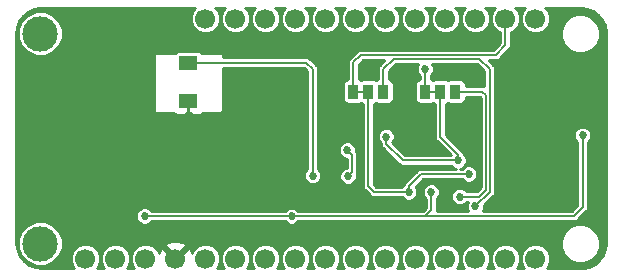
<source format=gbl>
G04 #@! TF.GenerationSoftware,KiCad,Pcbnew,(5.0.0-rc2-dev-444-g2974a2c10)*
G04 #@! TF.CreationDate,2019-11-26T19:34:52-08:00*
G04 #@! TF.ProjectId,StemmaWing_Backpack,5374656D6D6157696E675F4261636B70,v02*
G04 #@! TF.SameCoordinates,Original*
G04 #@! TF.FileFunction,Copper,L2,Bot,Signal*
G04 #@! TF.FilePolarity,Positive*
%FSLAX46Y46*%
G04 Gerber Fmt 4.6, Leading zero omitted, Abs format (unit mm)*
G04 Created by KiCad (PCBNEW (5.0.0-rc2-dev-444-g2974a2c10)) date 11/26/19 19:34:52*
%MOMM*%
%LPD*%
G01*
G04 APERTURE LIST*
%ADD10R,0.970000X1.270000*%
%ADD11C,1.700000*%
%ADD12C,3.000000*%
%ADD13R,1.600000X1.200000*%
%ADD14C,0.685800*%
%ADD15C,0.152400*%
%ADD16C,0.254000*%
G04 APERTURE END LIST*
D10*
X136398000Y-91059000D03*
X137668000Y-91059000D03*
X138938000Y-91059000D03*
X145034000Y-91059000D03*
X143764000Y-91059000D03*
X142494000Y-91059000D03*
D11*
X113715001Y-105206001D03*
X116255001Y-105206001D03*
X118795001Y-105206001D03*
X121335001Y-105206001D03*
X123875001Y-105206001D03*
X126415001Y-105206001D03*
X128955001Y-105206001D03*
X131495001Y-105206001D03*
X134035001Y-105206001D03*
X136575001Y-105206001D03*
X139115001Y-105206001D03*
X141655001Y-105206001D03*
X144195001Y-105206001D03*
X146735001Y-105206001D03*
X149275001Y-105206001D03*
X151815001Y-105206001D03*
X123875001Y-84886001D03*
X126415001Y-84886001D03*
X128955001Y-84886001D03*
X131495001Y-84886001D03*
X134035001Y-84886001D03*
X136575001Y-84886001D03*
X139115001Y-84886001D03*
X141655001Y-84886001D03*
X144195001Y-84886001D03*
X146735001Y-84886001D03*
X149275001Y-84886001D03*
X151815001Y-84886001D03*
D12*
X109905001Y-103936001D03*
X109905001Y-86156001D03*
D13*
X122428000Y-91824000D03*
X122428000Y-88624000D03*
D14*
X141097000Y-99568000D03*
X146177000Y-98044000D03*
X139192000Y-94869000D03*
X145269000Y-96882000D03*
X142494000Y-89154000D03*
X135890000Y-96012000D03*
X135951000Y-98232000D03*
X131182254Y-101608746D03*
X118745000Y-101600000D03*
X155829000Y-94750000D03*
X143002000Y-99568000D03*
X146748501Y-100774499D03*
X145415000Y-99949000D03*
X147955000Y-102870000D03*
X150622000Y-102870000D03*
X140843000Y-92964000D03*
X146400000Y-89550000D03*
X150622000Y-86868000D03*
X113030000Y-85090000D03*
X113030000Y-102870000D03*
X153289000Y-87884000D03*
X153289000Y-102870000D03*
X121666000Y-85090000D03*
X125349000Y-97663000D03*
X146550000Y-96550000D03*
X137600000Y-89000000D03*
X132969000Y-98171000D03*
D15*
X145692067Y-98044000D02*
X146177000Y-98044000D01*
X142136067Y-98044000D02*
X145692067Y-98044000D01*
X141097000Y-99083067D02*
X142136067Y-98044000D01*
X141097000Y-99568000D02*
X141097000Y-99083067D01*
X141097000Y-99568000D02*
X138176000Y-99568000D01*
X137668000Y-99060000D02*
X137668000Y-91059000D01*
X138176000Y-99568000D02*
X137668000Y-99060000D01*
X139192000Y-95504000D02*
X139192000Y-94869000D01*
X140570000Y-96882000D02*
X139192000Y-95504000D01*
X145269000Y-96882000D02*
X140570000Y-96882000D01*
X143764000Y-91846400D02*
X143764000Y-91059000D01*
X143764000Y-94892067D02*
X143764000Y-91846400D01*
X145269000Y-96397067D02*
X143764000Y-94892067D01*
X145269000Y-96882000D02*
X145269000Y-96397067D01*
X142494000Y-91059000D02*
X142494000Y-90271600D01*
X142494000Y-90271600D02*
X142494000Y-89154000D01*
X142494000Y-89154000D02*
X142494000Y-89154000D01*
X136232899Y-96354899D02*
X135890000Y-96012000D01*
X136293899Y-96415899D02*
X136232899Y-96354899D01*
X136293899Y-97889101D02*
X136293899Y-96415899D01*
X135951000Y-98232000D02*
X136293899Y-97889101D01*
X131173508Y-101600000D02*
X131182254Y-101608746D01*
X118745000Y-101600000D02*
X131173508Y-101600000D01*
X155829000Y-95758000D02*
X155829000Y-95758000D01*
X155829000Y-95758000D02*
X155829000Y-98679000D01*
X131667187Y-101608746D02*
X131675933Y-101600000D01*
X131182254Y-101608746D02*
X131667187Y-101608746D01*
X131675933Y-101600000D02*
X142494000Y-101600000D01*
X142494000Y-101600000D02*
X143002000Y-101092000D01*
X143002000Y-101092000D02*
X143002000Y-99568000D01*
X142494000Y-101600000D02*
X155067000Y-101600000D01*
X155829000Y-100838000D02*
X155829000Y-95758000D01*
X155067000Y-101600000D02*
X155829000Y-100838000D01*
X146748501Y-100774499D02*
X146748501Y-100774499D01*
X138938000Y-89154000D02*
X138938000Y-91059000D01*
X139827000Y-88265000D02*
X138938000Y-89154000D01*
X147066000Y-88265000D02*
X139827000Y-88265000D01*
X147955000Y-89154000D02*
X147066000Y-88265000D01*
X147955000Y-99568000D02*
X147955000Y-89154000D01*
X146748501Y-100774499D02*
X147955000Y-99568000D01*
X145034000Y-91059000D02*
X145671400Y-91059000D01*
X147320000Y-91059000D02*
X147650190Y-91389190D01*
X145671400Y-91059000D02*
X147320000Y-91059000D01*
X147650190Y-91389190D02*
X147650190Y-99314000D01*
X147650190Y-99314000D02*
X147650190Y-99364810D01*
X147650190Y-99364810D02*
X147066000Y-99949000D01*
X147066000Y-99949000D02*
X145415000Y-99949000D01*
X145415000Y-99949000D02*
X145415000Y-99949000D01*
D16*
X122428000Y-91824000D02*
X122428000Y-92928000D01*
D15*
X136398000Y-91059000D02*
X137668000Y-91059000D01*
X149275001Y-87145379D02*
X149275001Y-84886001D01*
X148460190Y-87960190D02*
X149275001Y-87145379D01*
X137039810Y-87960190D02*
X148460190Y-87960190D01*
X136398000Y-88602000D02*
X137039810Y-87960190D01*
X136398000Y-91059000D02*
X136398000Y-88602000D01*
X142494000Y-91059000D02*
X143764000Y-91059000D01*
X155829000Y-95758000D02*
X155829000Y-94750000D01*
X132439000Y-88624000D02*
X122428000Y-88624000D01*
X132969000Y-98171000D02*
X132969000Y-89154000D01*
X132969000Y-89154000D02*
X132439000Y-88624000D01*
D16*
G36*
X122831409Y-84188695D02*
X122644001Y-84641140D01*
X122644001Y-85130862D01*
X122831409Y-85583307D01*
X123177695Y-85929593D01*
X123630140Y-86117001D01*
X124119862Y-86117001D01*
X124572307Y-85929593D01*
X124918593Y-85583307D01*
X125106001Y-85130862D01*
X125106001Y-84641140D01*
X124918593Y-84188695D01*
X124726898Y-83997000D01*
X125563104Y-83997000D01*
X125371409Y-84188695D01*
X125184001Y-84641140D01*
X125184001Y-85130862D01*
X125371409Y-85583307D01*
X125717695Y-85929593D01*
X126170140Y-86117001D01*
X126659862Y-86117001D01*
X127112307Y-85929593D01*
X127458593Y-85583307D01*
X127646001Y-85130862D01*
X127646001Y-84641140D01*
X127458593Y-84188695D01*
X127266898Y-83997000D01*
X128103104Y-83997000D01*
X127911409Y-84188695D01*
X127724001Y-84641140D01*
X127724001Y-85130862D01*
X127911409Y-85583307D01*
X128257695Y-85929593D01*
X128710140Y-86117001D01*
X129199862Y-86117001D01*
X129652307Y-85929593D01*
X129998593Y-85583307D01*
X130186001Y-85130862D01*
X130186001Y-84641140D01*
X129998593Y-84188695D01*
X129806898Y-83997000D01*
X130643104Y-83997000D01*
X130451409Y-84188695D01*
X130264001Y-84641140D01*
X130264001Y-85130862D01*
X130451409Y-85583307D01*
X130797695Y-85929593D01*
X131250140Y-86117001D01*
X131739862Y-86117001D01*
X132192307Y-85929593D01*
X132538593Y-85583307D01*
X132726001Y-85130862D01*
X132726001Y-84641140D01*
X132538593Y-84188695D01*
X132346898Y-83997000D01*
X133183104Y-83997000D01*
X132991409Y-84188695D01*
X132804001Y-84641140D01*
X132804001Y-85130862D01*
X132991409Y-85583307D01*
X133337695Y-85929593D01*
X133790140Y-86117001D01*
X134279862Y-86117001D01*
X134732307Y-85929593D01*
X135078593Y-85583307D01*
X135266001Y-85130862D01*
X135266001Y-84641140D01*
X135078593Y-84188695D01*
X134886898Y-83997000D01*
X135723104Y-83997000D01*
X135531409Y-84188695D01*
X135344001Y-84641140D01*
X135344001Y-85130862D01*
X135531409Y-85583307D01*
X135877695Y-85929593D01*
X136330140Y-86117001D01*
X136819862Y-86117001D01*
X137272307Y-85929593D01*
X137618593Y-85583307D01*
X137806001Y-85130862D01*
X137806001Y-84641140D01*
X137618593Y-84188695D01*
X137426898Y-83997000D01*
X138263104Y-83997000D01*
X138071409Y-84188695D01*
X137884001Y-84641140D01*
X137884001Y-85130862D01*
X138071409Y-85583307D01*
X138417695Y-85929593D01*
X138870140Y-86117001D01*
X139359862Y-86117001D01*
X139812307Y-85929593D01*
X140158593Y-85583307D01*
X140346001Y-85130862D01*
X140346001Y-84641140D01*
X140158593Y-84188695D01*
X139966898Y-83997000D01*
X140803104Y-83997000D01*
X140611409Y-84188695D01*
X140424001Y-84641140D01*
X140424001Y-85130862D01*
X140611409Y-85583307D01*
X140957695Y-85929593D01*
X141410140Y-86117001D01*
X141899862Y-86117001D01*
X142352307Y-85929593D01*
X142698593Y-85583307D01*
X142886001Y-85130862D01*
X142886001Y-84641140D01*
X142698593Y-84188695D01*
X142506898Y-83997000D01*
X143343104Y-83997000D01*
X143151409Y-84188695D01*
X142964001Y-84641140D01*
X142964001Y-85130862D01*
X143151409Y-85583307D01*
X143497695Y-85929593D01*
X143950140Y-86117001D01*
X144439862Y-86117001D01*
X144892307Y-85929593D01*
X145238593Y-85583307D01*
X145426001Y-85130862D01*
X145426001Y-84641140D01*
X145238593Y-84188695D01*
X145046898Y-83997000D01*
X145883104Y-83997000D01*
X145691409Y-84188695D01*
X145504001Y-84641140D01*
X145504001Y-85130862D01*
X145691409Y-85583307D01*
X146037695Y-85929593D01*
X146490140Y-86117001D01*
X146979862Y-86117001D01*
X147432307Y-85929593D01*
X147778593Y-85583307D01*
X147966001Y-85130862D01*
X147966001Y-84641140D01*
X147778593Y-84188695D01*
X147586898Y-83997000D01*
X148423104Y-83997000D01*
X148231409Y-84188695D01*
X148044001Y-84641140D01*
X148044001Y-85130862D01*
X148231409Y-85583307D01*
X148577695Y-85929593D01*
X148817801Y-86029048D01*
X148817801Y-86956000D01*
X148270812Y-87502990D01*
X137084838Y-87502990D01*
X137039809Y-87494033D01*
X136994780Y-87502990D01*
X136861419Y-87529517D01*
X136710187Y-87630567D01*
X136684678Y-87668744D01*
X136106552Y-88246870D01*
X136068378Y-88272377D01*
X136042871Y-88310551D01*
X136042870Y-88310552D01*
X135967327Y-88423610D01*
X135931843Y-88602000D01*
X135940801Y-88647035D01*
X135940800Y-90035536D01*
X135913000Y-90035536D01*
X135764341Y-90065106D01*
X135638314Y-90149314D01*
X135554106Y-90275341D01*
X135524536Y-90424000D01*
X135524536Y-91694000D01*
X135554106Y-91842659D01*
X135638314Y-91968686D01*
X135764341Y-92052894D01*
X135913000Y-92082464D01*
X136883000Y-92082464D01*
X137031659Y-92052894D01*
X137033000Y-92051998D01*
X137034341Y-92052894D01*
X137183000Y-92082464D01*
X137210801Y-92082464D01*
X137210800Y-99014970D01*
X137201843Y-99060000D01*
X137210800Y-99105029D01*
X137237327Y-99238390D01*
X137338377Y-99389623D01*
X137376554Y-99415132D01*
X137820868Y-99859446D01*
X137846377Y-99897623D01*
X137997609Y-99998673D01*
X138130970Y-100025200D01*
X138130974Y-100025200D01*
X138175999Y-100034156D01*
X138221024Y-100025200D01*
X140530451Y-100025200D01*
X140686944Y-100181693D01*
X140953007Y-100291900D01*
X141240993Y-100291900D01*
X141507056Y-100181693D01*
X141710693Y-99978056D01*
X141820900Y-99711993D01*
X141820900Y-99424007D01*
X141710693Y-99157944D01*
X141689697Y-99136948D01*
X142325445Y-98501200D01*
X145610451Y-98501200D01*
X145766944Y-98657693D01*
X146033007Y-98767900D01*
X146320993Y-98767900D01*
X146587056Y-98657693D01*
X146790693Y-98454056D01*
X146900900Y-98187993D01*
X146900900Y-97900007D01*
X146790693Y-97633944D01*
X146587056Y-97430307D01*
X146320993Y-97320100D01*
X146033007Y-97320100D01*
X145766944Y-97430307D01*
X145610451Y-97586800D01*
X145459104Y-97586800D01*
X145679056Y-97495693D01*
X145882693Y-97292056D01*
X145992900Y-97025993D01*
X145992900Y-96738007D01*
X145882693Y-96471944D01*
X145717115Y-96306366D01*
X145709545Y-96268307D01*
X145699673Y-96218676D01*
X145598623Y-96067444D01*
X145560446Y-96041935D01*
X144221200Y-94702689D01*
X144221200Y-92082464D01*
X144249000Y-92082464D01*
X144397659Y-92052894D01*
X144399000Y-92051998D01*
X144400341Y-92052894D01*
X144549000Y-92082464D01*
X145519000Y-92082464D01*
X145667659Y-92052894D01*
X145793686Y-91968686D01*
X145877894Y-91842659D01*
X145907464Y-91694000D01*
X145907464Y-91516200D01*
X147130622Y-91516200D01*
X147192990Y-91578569D01*
X147192991Y-99175431D01*
X146876622Y-99491800D01*
X145981549Y-99491800D01*
X145825056Y-99335307D01*
X145558993Y-99225100D01*
X145271007Y-99225100D01*
X145004944Y-99335307D01*
X144801307Y-99538944D01*
X144691100Y-99805007D01*
X144691100Y-100092993D01*
X144801307Y-100359056D01*
X145004944Y-100562693D01*
X145271007Y-100672900D01*
X145558993Y-100672900D01*
X145825056Y-100562693D01*
X145981549Y-100406200D01*
X146117512Y-100406200D01*
X146024601Y-100630506D01*
X146024601Y-100918492D01*
X146117512Y-101142800D01*
X143458052Y-101142800D01*
X143459200Y-101137030D01*
X143459200Y-101137026D01*
X143468156Y-101092001D01*
X143459200Y-101046976D01*
X143459200Y-100134549D01*
X143615693Y-99978056D01*
X143725900Y-99711993D01*
X143725900Y-99424007D01*
X143615693Y-99157944D01*
X143412056Y-98954307D01*
X143145993Y-98844100D01*
X142858007Y-98844100D01*
X142591944Y-98954307D01*
X142388307Y-99157944D01*
X142278100Y-99424007D01*
X142278100Y-99711993D01*
X142388307Y-99978056D01*
X142544801Y-100134550D01*
X142544800Y-100902622D01*
X142304622Y-101142800D01*
X131740057Y-101142800D01*
X131592310Y-100995053D01*
X131326247Y-100884846D01*
X131038261Y-100884846D01*
X130772198Y-100995053D01*
X130624451Y-101142800D01*
X119311549Y-101142800D01*
X119155056Y-100986307D01*
X118888993Y-100876100D01*
X118601007Y-100876100D01*
X118334944Y-100986307D01*
X118131307Y-101189944D01*
X118021100Y-101456007D01*
X118021100Y-101743993D01*
X118131307Y-102010056D01*
X118334944Y-102213693D01*
X118601007Y-102323900D01*
X118888993Y-102323900D01*
X119155056Y-102213693D01*
X119311549Y-102057200D01*
X130606959Y-102057200D01*
X130772198Y-102222439D01*
X131038261Y-102332646D01*
X131326247Y-102332646D01*
X131592310Y-102222439D01*
X131757549Y-102057200D01*
X142448970Y-102057200D01*
X142494000Y-102066157D01*
X142539030Y-102057200D01*
X155021970Y-102057200D01*
X155067000Y-102066157D01*
X155112030Y-102057200D01*
X155245391Y-102030673D01*
X155396623Y-101929623D01*
X155422132Y-101891446D01*
X156120449Y-101193130D01*
X156158623Y-101167623D01*
X156259673Y-101016391D01*
X156286200Y-100883030D01*
X156286200Y-100883029D01*
X156295157Y-100838000D01*
X156286200Y-100792970D01*
X156286200Y-95803029D01*
X156295157Y-95758000D01*
X156286200Y-95712970D01*
X156286200Y-95316549D01*
X156442693Y-95160056D01*
X156552900Y-94893993D01*
X156552900Y-94606007D01*
X156442693Y-94339944D01*
X156239056Y-94136307D01*
X155972993Y-94026100D01*
X155685007Y-94026100D01*
X155418944Y-94136307D01*
X155215307Y-94339944D01*
X155105100Y-94606007D01*
X155105100Y-94893993D01*
X155215307Y-95160056D01*
X155371800Y-95316549D01*
X155371800Y-95712969D01*
X155362843Y-95758000D01*
X155371800Y-95803029D01*
X155371801Y-97237130D01*
X155371800Y-100648621D01*
X154877622Y-101142800D01*
X147379490Y-101142800D01*
X147472401Y-100918492D01*
X147472401Y-100697177D01*
X148246450Y-99923129D01*
X148284623Y-99897623D01*
X148385673Y-99746391D01*
X148412200Y-99613030D01*
X148412200Y-99613029D01*
X148421157Y-99568001D01*
X148412200Y-99522970D01*
X148412200Y-89199030D01*
X148421157Y-89154000D01*
X148385673Y-88975609D01*
X148310130Y-88862551D01*
X148284623Y-88824377D01*
X148246449Y-88798870D01*
X147864969Y-88417390D01*
X148415160Y-88417390D01*
X148460190Y-88426347D01*
X148505220Y-88417390D01*
X148638581Y-88390863D01*
X148789813Y-88289813D01*
X148815322Y-88251636D01*
X149566450Y-87500509D01*
X149604624Y-87475002D01*
X149705674Y-87323770D01*
X149732201Y-87190409D01*
X149732201Y-87190408D01*
X149741158Y-87145379D01*
X149732201Y-87100349D01*
X149732201Y-86029048D01*
X149972307Y-85929593D01*
X150318593Y-85583307D01*
X150506001Y-85130862D01*
X150506001Y-84641140D01*
X150318593Y-84188695D01*
X150126898Y-83997000D01*
X150963104Y-83997000D01*
X150771409Y-84188695D01*
X150584001Y-84641140D01*
X150584001Y-85130862D01*
X150771409Y-85583307D01*
X151117695Y-85929593D01*
X151570140Y-86117001D01*
X152059862Y-86117001D01*
X152512307Y-85929593D01*
X152610325Y-85831575D01*
X153994001Y-85831575D01*
X153994001Y-86480427D01*
X154242306Y-87079888D01*
X154701114Y-87538696D01*
X155300575Y-87787001D01*
X155949427Y-87787001D01*
X156548888Y-87538696D01*
X157007696Y-87079888D01*
X157256001Y-86480427D01*
X157256001Y-85831575D01*
X157007696Y-85232114D01*
X156548888Y-84773306D01*
X155949427Y-84525001D01*
X155300575Y-84525001D01*
X154701114Y-84773306D01*
X154242306Y-85232114D01*
X153994001Y-85831575D01*
X152610325Y-85831575D01*
X152858593Y-85583307D01*
X153046001Y-85130862D01*
X153046001Y-84641140D01*
X152858593Y-84188695D01*
X152666898Y-83997000D01*
X155674887Y-83997000D01*
X156225631Y-84066575D01*
X156716370Y-84260872D01*
X157143366Y-84571103D01*
X157479797Y-84977779D01*
X157704520Y-85455340D01*
X157807267Y-85993957D01*
X157811001Y-86112792D01*
X157811000Y-103858887D01*
X157741425Y-104409632D01*
X157547128Y-104900369D01*
X157236899Y-105327364D01*
X156830222Y-105663796D01*
X156352660Y-105888520D01*
X155814043Y-105991267D01*
X155695240Y-105995000D01*
X152766900Y-105995000D01*
X152858593Y-105903307D01*
X153046001Y-105450862D01*
X153046001Y-104961140D01*
X152858593Y-104508695D01*
X152512307Y-104162409D01*
X152059862Y-103975001D01*
X151570140Y-103975001D01*
X151117695Y-104162409D01*
X150771409Y-104508695D01*
X150584001Y-104961140D01*
X150584001Y-105450862D01*
X150771409Y-105903307D01*
X150863102Y-105995000D01*
X150226900Y-105995000D01*
X150318593Y-105903307D01*
X150506001Y-105450862D01*
X150506001Y-104961140D01*
X150318593Y-104508695D01*
X149972307Y-104162409D01*
X149519862Y-103975001D01*
X149030140Y-103975001D01*
X148577695Y-104162409D01*
X148231409Y-104508695D01*
X148044001Y-104961140D01*
X148044001Y-105450862D01*
X148231409Y-105903307D01*
X148323102Y-105995000D01*
X147686900Y-105995000D01*
X147778593Y-105903307D01*
X147966001Y-105450862D01*
X147966001Y-104961140D01*
X147778593Y-104508695D01*
X147432307Y-104162409D01*
X146979862Y-103975001D01*
X146490140Y-103975001D01*
X146037695Y-104162409D01*
X145691409Y-104508695D01*
X145504001Y-104961140D01*
X145504001Y-105450862D01*
X145691409Y-105903307D01*
X145783102Y-105995000D01*
X145146900Y-105995000D01*
X145238593Y-105903307D01*
X145426001Y-105450862D01*
X145426001Y-104961140D01*
X145238593Y-104508695D01*
X144892307Y-104162409D01*
X144439862Y-103975001D01*
X143950140Y-103975001D01*
X143497695Y-104162409D01*
X143151409Y-104508695D01*
X142964001Y-104961140D01*
X142964001Y-105450862D01*
X143151409Y-105903307D01*
X143243102Y-105995000D01*
X142606900Y-105995000D01*
X142698593Y-105903307D01*
X142886001Y-105450862D01*
X142886001Y-104961140D01*
X142698593Y-104508695D01*
X142352307Y-104162409D01*
X141899862Y-103975001D01*
X141410140Y-103975001D01*
X140957695Y-104162409D01*
X140611409Y-104508695D01*
X140424001Y-104961140D01*
X140424001Y-105450862D01*
X140611409Y-105903307D01*
X140703102Y-105995000D01*
X140066900Y-105995000D01*
X140158593Y-105903307D01*
X140346001Y-105450862D01*
X140346001Y-104961140D01*
X140158593Y-104508695D01*
X139812307Y-104162409D01*
X139359862Y-103975001D01*
X138870140Y-103975001D01*
X138417695Y-104162409D01*
X138071409Y-104508695D01*
X137884001Y-104961140D01*
X137884001Y-105450862D01*
X138071409Y-105903307D01*
X138163102Y-105995000D01*
X137526900Y-105995000D01*
X137618593Y-105903307D01*
X137806001Y-105450862D01*
X137806001Y-104961140D01*
X137618593Y-104508695D01*
X137272307Y-104162409D01*
X136819862Y-103975001D01*
X136330140Y-103975001D01*
X135877695Y-104162409D01*
X135531409Y-104508695D01*
X135344001Y-104961140D01*
X135344001Y-105450862D01*
X135531409Y-105903307D01*
X135623102Y-105995000D01*
X134986900Y-105995000D01*
X135078593Y-105903307D01*
X135266001Y-105450862D01*
X135266001Y-104961140D01*
X135078593Y-104508695D01*
X134732307Y-104162409D01*
X134279862Y-103975001D01*
X133790140Y-103975001D01*
X133337695Y-104162409D01*
X132991409Y-104508695D01*
X132804001Y-104961140D01*
X132804001Y-105450862D01*
X132991409Y-105903307D01*
X133083102Y-105995000D01*
X132446900Y-105995000D01*
X132538593Y-105903307D01*
X132726001Y-105450862D01*
X132726001Y-104961140D01*
X132538593Y-104508695D01*
X132192307Y-104162409D01*
X131739862Y-103975001D01*
X131250140Y-103975001D01*
X130797695Y-104162409D01*
X130451409Y-104508695D01*
X130264001Y-104961140D01*
X130264001Y-105450862D01*
X130451409Y-105903307D01*
X130543102Y-105995000D01*
X129906900Y-105995000D01*
X129998593Y-105903307D01*
X130186001Y-105450862D01*
X130186001Y-104961140D01*
X129998593Y-104508695D01*
X129652307Y-104162409D01*
X129199862Y-103975001D01*
X128710140Y-103975001D01*
X128257695Y-104162409D01*
X127911409Y-104508695D01*
X127724001Y-104961140D01*
X127724001Y-105450862D01*
X127911409Y-105903307D01*
X128003102Y-105995000D01*
X127366900Y-105995000D01*
X127458593Y-105903307D01*
X127646001Y-105450862D01*
X127646001Y-104961140D01*
X127458593Y-104508695D01*
X127112307Y-104162409D01*
X126659862Y-103975001D01*
X126170140Y-103975001D01*
X125717695Y-104162409D01*
X125371409Y-104508695D01*
X125184001Y-104961140D01*
X125184001Y-105450862D01*
X125371409Y-105903307D01*
X125463102Y-105995000D01*
X124826900Y-105995000D01*
X124918593Y-105903307D01*
X125106001Y-105450862D01*
X125106001Y-104961140D01*
X124918593Y-104508695D01*
X124572307Y-104162409D01*
X124119862Y-103975001D01*
X123630140Y-103975001D01*
X123177695Y-104162409D01*
X122831409Y-104508695D01*
X122748806Y-104708117D01*
X122630260Y-104421921D01*
X122378959Y-104341648D01*
X121514606Y-105206001D01*
X121528749Y-105220144D01*
X121349144Y-105399749D01*
X121335001Y-105385606D01*
X121320859Y-105399749D01*
X121141254Y-105220144D01*
X121155396Y-105206001D01*
X120291043Y-104341648D01*
X120039742Y-104421921D01*
X119929047Y-104727072D01*
X119838593Y-104508695D01*
X119492307Y-104162409D01*
X119491424Y-104162043D01*
X120470648Y-104162043D01*
X121335001Y-105026396D01*
X122199354Y-104162043D01*
X122119081Y-103910742D01*
X121563722Y-103709283D01*
X120973543Y-103735686D01*
X120550921Y-103910742D01*
X120470648Y-104162043D01*
X119491424Y-104162043D01*
X119039862Y-103975001D01*
X118550140Y-103975001D01*
X118097695Y-104162409D01*
X117751409Y-104508695D01*
X117564001Y-104961140D01*
X117564001Y-105450862D01*
X117751409Y-105903307D01*
X117843102Y-105995000D01*
X117206900Y-105995000D01*
X117298593Y-105903307D01*
X117486001Y-105450862D01*
X117486001Y-104961140D01*
X117298593Y-104508695D01*
X116952307Y-104162409D01*
X116499862Y-103975001D01*
X116010140Y-103975001D01*
X115557695Y-104162409D01*
X115211409Y-104508695D01*
X115024001Y-104961140D01*
X115024001Y-105450862D01*
X115211409Y-105903307D01*
X115303102Y-105995000D01*
X114666900Y-105995000D01*
X114758593Y-105903307D01*
X114946001Y-105450862D01*
X114946001Y-104961140D01*
X114758593Y-104508695D01*
X114412307Y-104162409D01*
X113959862Y-103975001D01*
X113470140Y-103975001D01*
X113017695Y-104162409D01*
X112671409Y-104508695D01*
X112484001Y-104961140D01*
X112484001Y-105450862D01*
X112671409Y-105903307D01*
X112763102Y-105995000D01*
X110009113Y-105995000D01*
X109458368Y-105925425D01*
X108967631Y-105731128D01*
X108540636Y-105420899D01*
X108204204Y-105014222D01*
X107979480Y-104536660D01*
X107876733Y-103998043D01*
X107873000Y-103879240D01*
X107873000Y-103561847D01*
X108024001Y-103561847D01*
X108024001Y-104310155D01*
X108310366Y-105001502D01*
X108839500Y-105530636D01*
X109530847Y-105817001D01*
X110279155Y-105817001D01*
X110970502Y-105530636D01*
X111499636Y-105001502D01*
X111786001Y-104310155D01*
X111786001Y-103611575D01*
X153994001Y-103611575D01*
X153994001Y-104260427D01*
X154242306Y-104859888D01*
X154701114Y-105318696D01*
X155300575Y-105567001D01*
X155949427Y-105567001D01*
X156548888Y-105318696D01*
X157007696Y-104859888D01*
X157256001Y-104260427D01*
X157256001Y-103611575D01*
X157007696Y-103012114D01*
X156548888Y-102553306D01*
X155949427Y-102305001D01*
X155300575Y-102305001D01*
X154701114Y-102553306D01*
X154242306Y-103012114D01*
X153994001Y-103611575D01*
X111786001Y-103611575D01*
X111786001Y-103561847D01*
X111499636Y-102870500D01*
X110970502Y-102341366D01*
X110279155Y-102055001D01*
X109530847Y-102055001D01*
X108839500Y-102341366D01*
X108310366Y-102870500D01*
X108024001Y-103561847D01*
X107873000Y-103561847D01*
X107873000Y-86133113D01*
X107917375Y-85781847D01*
X108024001Y-85781847D01*
X108024001Y-86530155D01*
X108310366Y-87221502D01*
X108839500Y-87750636D01*
X109530847Y-88037001D01*
X110279155Y-88037001D01*
X110648532Y-87884000D01*
X119507000Y-87884000D01*
X119507000Y-92710000D01*
X119516667Y-92758601D01*
X119544197Y-92799803D01*
X119585399Y-92827333D01*
X119634000Y-92837000D01*
X121142974Y-92837000D01*
X121268302Y-92962327D01*
X121501691Y-93059000D01*
X122142250Y-93059000D01*
X122301000Y-92900250D01*
X122301000Y-92837000D01*
X122555000Y-92837000D01*
X122555000Y-92900250D01*
X122713750Y-93059000D01*
X123354309Y-93059000D01*
X123587698Y-92962327D01*
X123713026Y-92837000D01*
X125222000Y-92837000D01*
X125270601Y-92827333D01*
X125311803Y-92799803D01*
X125339333Y-92758601D01*
X125349000Y-92710000D01*
X125349000Y-89081200D01*
X132249622Y-89081200D01*
X132511801Y-89343380D01*
X132511800Y-97604451D01*
X132355307Y-97760944D01*
X132245100Y-98027007D01*
X132245100Y-98314993D01*
X132355307Y-98581056D01*
X132558944Y-98784693D01*
X132825007Y-98894900D01*
X133112993Y-98894900D01*
X133379056Y-98784693D01*
X133582693Y-98581056D01*
X133692900Y-98314993D01*
X133692900Y-98027007D01*
X133582693Y-97760944D01*
X133426200Y-97604451D01*
X133426200Y-95868007D01*
X135166100Y-95868007D01*
X135166100Y-96155993D01*
X135276307Y-96422056D01*
X135479944Y-96625693D01*
X135746007Y-96735900D01*
X135836700Y-96735900D01*
X135836699Y-97508100D01*
X135807007Y-97508100D01*
X135540944Y-97618307D01*
X135337307Y-97821944D01*
X135227100Y-98088007D01*
X135227100Y-98375993D01*
X135337307Y-98642056D01*
X135540944Y-98845693D01*
X135807007Y-98955900D01*
X136094993Y-98955900D01*
X136361056Y-98845693D01*
X136564693Y-98642056D01*
X136674900Y-98375993D01*
X136674900Y-98141831D01*
X136724572Y-98067492D01*
X136751099Y-97934131D01*
X136751099Y-97934130D01*
X136760056Y-97889102D01*
X136751099Y-97844073D01*
X136751099Y-96460928D01*
X136760056Y-96415898D01*
X136724572Y-96237509D01*
X136724572Y-96237508D01*
X136623522Y-96086276D01*
X136613900Y-96079847D01*
X136613900Y-95868007D01*
X136503693Y-95601944D01*
X136300056Y-95398307D01*
X136033993Y-95288100D01*
X135746007Y-95288100D01*
X135479944Y-95398307D01*
X135276307Y-95601944D01*
X135166100Y-95868007D01*
X133426200Y-95868007D01*
X133426200Y-89199029D01*
X133435157Y-89153999D01*
X133399673Y-88975609D01*
X133324130Y-88862551D01*
X133298623Y-88824377D01*
X133260449Y-88798870D01*
X132794132Y-88332554D01*
X132768623Y-88294377D01*
X132617391Y-88193327D01*
X132484030Y-88166800D01*
X132439000Y-88157843D01*
X132393970Y-88166800D01*
X125349000Y-88166800D01*
X125349000Y-87884000D01*
X125339333Y-87835399D01*
X125311803Y-87794197D01*
X125270601Y-87766667D01*
X125222000Y-87757000D01*
X123507822Y-87757000D01*
X123502686Y-87749314D01*
X123376659Y-87665106D01*
X123228000Y-87635536D01*
X121628000Y-87635536D01*
X121479341Y-87665106D01*
X121353314Y-87749314D01*
X121348178Y-87757000D01*
X119634000Y-87757000D01*
X119585399Y-87766667D01*
X119544197Y-87794197D01*
X119516667Y-87835399D01*
X119507000Y-87884000D01*
X110648532Y-87884000D01*
X110970502Y-87750636D01*
X111499636Y-87221502D01*
X111786001Y-86530155D01*
X111786001Y-85781847D01*
X111499636Y-85090500D01*
X110970502Y-84561366D01*
X110279155Y-84275001D01*
X109530847Y-84275001D01*
X108839500Y-84561366D01*
X108310366Y-85090500D01*
X108024001Y-85781847D01*
X107917375Y-85781847D01*
X107942575Y-85582369D01*
X108136872Y-85091630D01*
X108447103Y-84664634D01*
X108853779Y-84328203D01*
X109331340Y-84103480D01*
X109869957Y-84000733D01*
X109988760Y-83997000D01*
X123023104Y-83997000D01*
X122831409Y-84188695D01*
X122831409Y-84188695D01*
G37*
X122831409Y-84188695D02*
X122644001Y-84641140D01*
X122644001Y-85130862D01*
X122831409Y-85583307D01*
X123177695Y-85929593D01*
X123630140Y-86117001D01*
X124119862Y-86117001D01*
X124572307Y-85929593D01*
X124918593Y-85583307D01*
X125106001Y-85130862D01*
X125106001Y-84641140D01*
X124918593Y-84188695D01*
X124726898Y-83997000D01*
X125563104Y-83997000D01*
X125371409Y-84188695D01*
X125184001Y-84641140D01*
X125184001Y-85130862D01*
X125371409Y-85583307D01*
X125717695Y-85929593D01*
X126170140Y-86117001D01*
X126659862Y-86117001D01*
X127112307Y-85929593D01*
X127458593Y-85583307D01*
X127646001Y-85130862D01*
X127646001Y-84641140D01*
X127458593Y-84188695D01*
X127266898Y-83997000D01*
X128103104Y-83997000D01*
X127911409Y-84188695D01*
X127724001Y-84641140D01*
X127724001Y-85130862D01*
X127911409Y-85583307D01*
X128257695Y-85929593D01*
X128710140Y-86117001D01*
X129199862Y-86117001D01*
X129652307Y-85929593D01*
X129998593Y-85583307D01*
X130186001Y-85130862D01*
X130186001Y-84641140D01*
X129998593Y-84188695D01*
X129806898Y-83997000D01*
X130643104Y-83997000D01*
X130451409Y-84188695D01*
X130264001Y-84641140D01*
X130264001Y-85130862D01*
X130451409Y-85583307D01*
X130797695Y-85929593D01*
X131250140Y-86117001D01*
X131739862Y-86117001D01*
X132192307Y-85929593D01*
X132538593Y-85583307D01*
X132726001Y-85130862D01*
X132726001Y-84641140D01*
X132538593Y-84188695D01*
X132346898Y-83997000D01*
X133183104Y-83997000D01*
X132991409Y-84188695D01*
X132804001Y-84641140D01*
X132804001Y-85130862D01*
X132991409Y-85583307D01*
X133337695Y-85929593D01*
X133790140Y-86117001D01*
X134279862Y-86117001D01*
X134732307Y-85929593D01*
X135078593Y-85583307D01*
X135266001Y-85130862D01*
X135266001Y-84641140D01*
X135078593Y-84188695D01*
X134886898Y-83997000D01*
X135723104Y-83997000D01*
X135531409Y-84188695D01*
X135344001Y-84641140D01*
X135344001Y-85130862D01*
X135531409Y-85583307D01*
X135877695Y-85929593D01*
X136330140Y-86117001D01*
X136819862Y-86117001D01*
X137272307Y-85929593D01*
X137618593Y-85583307D01*
X137806001Y-85130862D01*
X137806001Y-84641140D01*
X137618593Y-84188695D01*
X137426898Y-83997000D01*
X138263104Y-83997000D01*
X138071409Y-84188695D01*
X137884001Y-84641140D01*
X137884001Y-85130862D01*
X138071409Y-85583307D01*
X138417695Y-85929593D01*
X138870140Y-86117001D01*
X139359862Y-86117001D01*
X139812307Y-85929593D01*
X140158593Y-85583307D01*
X140346001Y-85130862D01*
X140346001Y-84641140D01*
X140158593Y-84188695D01*
X139966898Y-83997000D01*
X140803104Y-83997000D01*
X140611409Y-84188695D01*
X140424001Y-84641140D01*
X140424001Y-85130862D01*
X140611409Y-85583307D01*
X140957695Y-85929593D01*
X141410140Y-86117001D01*
X141899862Y-86117001D01*
X142352307Y-85929593D01*
X142698593Y-85583307D01*
X142886001Y-85130862D01*
X142886001Y-84641140D01*
X142698593Y-84188695D01*
X142506898Y-83997000D01*
X143343104Y-83997000D01*
X143151409Y-84188695D01*
X142964001Y-84641140D01*
X142964001Y-85130862D01*
X143151409Y-85583307D01*
X143497695Y-85929593D01*
X143950140Y-86117001D01*
X144439862Y-86117001D01*
X144892307Y-85929593D01*
X145238593Y-85583307D01*
X145426001Y-85130862D01*
X145426001Y-84641140D01*
X145238593Y-84188695D01*
X145046898Y-83997000D01*
X145883104Y-83997000D01*
X145691409Y-84188695D01*
X145504001Y-84641140D01*
X145504001Y-85130862D01*
X145691409Y-85583307D01*
X146037695Y-85929593D01*
X146490140Y-86117001D01*
X146979862Y-86117001D01*
X147432307Y-85929593D01*
X147778593Y-85583307D01*
X147966001Y-85130862D01*
X147966001Y-84641140D01*
X147778593Y-84188695D01*
X147586898Y-83997000D01*
X148423104Y-83997000D01*
X148231409Y-84188695D01*
X148044001Y-84641140D01*
X148044001Y-85130862D01*
X148231409Y-85583307D01*
X148577695Y-85929593D01*
X148817801Y-86029048D01*
X148817801Y-86956000D01*
X148270812Y-87502990D01*
X137084838Y-87502990D01*
X137039809Y-87494033D01*
X136994780Y-87502990D01*
X136861419Y-87529517D01*
X136710187Y-87630567D01*
X136684678Y-87668744D01*
X136106552Y-88246870D01*
X136068378Y-88272377D01*
X136042871Y-88310551D01*
X136042870Y-88310552D01*
X135967327Y-88423610D01*
X135931843Y-88602000D01*
X135940801Y-88647035D01*
X135940800Y-90035536D01*
X135913000Y-90035536D01*
X135764341Y-90065106D01*
X135638314Y-90149314D01*
X135554106Y-90275341D01*
X135524536Y-90424000D01*
X135524536Y-91694000D01*
X135554106Y-91842659D01*
X135638314Y-91968686D01*
X135764341Y-92052894D01*
X135913000Y-92082464D01*
X136883000Y-92082464D01*
X137031659Y-92052894D01*
X137033000Y-92051998D01*
X137034341Y-92052894D01*
X137183000Y-92082464D01*
X137210801Y-92082464D01*
X137210800Y-99014970D01*
X137201843Y-99060000D01*
X137210800Y-99105029D01*
X137237327Y-99238390D01*
X137338377Y-99389623D01*
X137376554Y-99415132D01*
X137820868Y-99859446D01*
X137846377Y-99897623D01*
X137997609Y-99998673D01*
X138130970Y-100025200D01*
X138130974Y-100025200D01*
X138175999Y-100034156D01*
X138221024Y-100025200D01*
X140530451Y-100025200D01*
X140686944Y-100181693D01*
X140953007Y-100291900D01*
X141240993Y-100291900D01*
X141507056Y-100181693D01*
X141710693Y-99978056D01*
X141820900Y-99711993D01*
X141820900Y-99424007D01*
X141710693Y-99157944D01*
X141689697Y-99136948D01*
X142325445Y-98501200D01*
X145610451Y-98501200D01*
X145766944Y-98657693D01*
X146033007Y-98767900D01*
X146320993Y-98767900D01*
X146587056Y-98657693D01*
X146790693Y-98454056D01*
X146900900Y-98187993D01*
X146900900Y-97900007D01*
X146790693Y-97633944D01*
X146587056Y-97430307D01*
X146320993Y-97320100D01*
X146033007Y-97320100D01*
X145766944Y-97430307D01*
X145610451Y-97586800D01*
X145459104Y-97586800D01*
X145679056Y-97495693D01*
X145882693Y-97292056D01*
X145992900Y-97025993D01*
X145992900Y-96738007D01*
X145882693Y-96471944D01*
X145717115Y-96306366D01*
X145709545Y-96268307D01*
X145699673Y-96218676D01*
X145598623Y-96067444D01*
X145560446Y-96041935D01*
X144221200Y-94702689D01*
X144221200Y-92082464D01*
X144249000Y-92082464D01*
X144397659Y-92052894D01*
X144399000Y-92051998D01*
X144400341Y-92052894D01*
X144549000Y-92082464D01*
X145519000Y-92082464D01*
X145667659Y-92052894D01*
X145793686Y-91968686D01*
X145877894Y-91842659D01*
X145907464Y-91694000D01*
X145907464Y-91516200D01*
X147130622Y-91516200D01*
X147192990Y-91578569D01*
X147192991Y-99175431D01*
X146876622Y-99491800D01*
X145981549Y-99491800D01*
X145825056Y-99335307D01*
X145558993Y-99225100D01*
X145271007Y-99225100D01*
X145004944Y-99335307D01*
X144801307Y-99538944D01*
X144691100Y-99805007D01*
X144691100Y-100092993D01*
X144801307Y-100359056D01*
X145004944Y-100562693D01*
X145271007Y-100672900D01*
X145558993Y-100672900D01*
X145825056Y-100562693D01*
X145981549Y-100406200D01*
X146117512Y-100406200D01*
X146024601Y-100630506D01*
X146024601Y-100918492D01*
X146117512Y-101142800D01*
X143458052Y-101142800D01*
X143459200Y-101137030D01*
X143459200Y-101137026D01*
X143468156Y-101092001D01*
X143459200Y-101046976D01*
X143459200Y-100134549D01*
X143615693Y-99978056D01*
X143725900Y-99711993D01*
X143725900Y-99424007D01*
X143615693Y-99157944D01*
X143412056Y-98954307D01*
X143145993Y-98844100D01*
X142858007Y-98844100D01*
X142591944Y-98954307D01*
X142388307Y-99157944D01*
X142278100Y-99424007D01*
X142278100Y-99711993D01*
X142388307Y-99978056D01*
X142544801Y-100134550D01*
X142544800Y-100902622D01*
X142304622Y-101142800D01*
X131740057Y-101142800D01*
X131592310Y-100995053D01*
X131326247Y-100884846D01*
X131038261Y-100884846D01*
X130772198Y-100995053D01*
X130624451Y-101142800D01*
X119311549Y-101142800D01*
X119155056Y-100986307D01*
X118888993Y-100876100D01*
X118601007Y-100876100D01*
X118334944Y-100986307D01*
X118131307Y-101189944D01*
X118021100Y-101456007D01*
X118021100Y-101743993D01*
X118131307Y-102010056D01*
X118334944Y-102213693D01*
X118601007Y-102323900D01*
X118888993Y-102323900D01*
X119155056Y-102213693D01*
X119311549Y-102057200D01*
X130606959Y-102057200D01*
X130772198Y-102222439D01*
X131038261Y-102332646D01*
X131326247Y-102332646D01*
X131592310Y-102222439D01*
X131757549Y-102057200D01*
X142448970Y-102057200D01*
X142494000Y-102066157D01*
X142539030Y-102057200D01*
X155021970Y-102057200D01*
X155067000Y-102066157D01*
X155112030Y-102057200D01*
X155245391Y-102030673D01*
X155396623Y-101929623D01*
X155422132Y-101891446D01*
X156120449Y-101193130D01*
X156158623Y-101167623D01*
X156259673Y-101016391D01*
X156286200Y-100883030D01*
X156286200Y-100883029D01*
X156295157Y-100838000D01*
X156286200Y-100792970D01*
X156286200Y-95803029D01*
X156295157Y-95758000D01*
X156286200Y-95712970D01*
X156286200Y-95316549D01*
X156442693Y-95160056D01*
X156552900Y-94893993D01*
X156552900Y-94606007D01*
X156442693Y-94339944D01*
X156239056Y-94136307D01*
X155972993Y-94026100D01*
X155685007Y-94026100D01*
X155418944Y-94136307D01*
X155215307Y-94339944D01*
X155105100Y-94606007D01*
X155105100Y-94893993D01*
X155215307Y-95160056D01*
X155371800Y-95316549D01*
X155371800Y-95712969D01*
X155362843Y-95758000D01*
X155371800Y-95803029D01*
X155371801Y-97237130D01*
X155371800Y-100648621D01*
X154877622Y-101142800D01*
X147379490Y-101142800D01*
X147472401Y-100918492D01*
X147472401Y-100697177D01*
X148246450Y-99923129D01*
X148284623Y-99897623D01*
X148385673Y-99746391D01*
X148412200Y-99613030D01*
X148412200Y-99613029D01*
X148421157Y-99568001D01*
X148412200Y-99522970D01*
X148412200Y-89199030D01*
X148421157Y-89154000D01*
X148385673Y-88975609D01*
X148310130Y-88862551D01*
X148284623Y-88824377D01*
X148246449Y-88798870D01*
X147864969Y-88417390D01*
X148415160Y-88417390D01*
X148460190Y-88426347D01*
X148505220Y-88417390D01*
X148638581Y-88390863D01*
X148789813Y-88289813D01*
X148815322Y-88251636D01*
X149566450Y-87500509D01*
X149604624Y-87475002D01*
X149705674Y-87323770D01*
X149732201Y-87190409D01*
X149732201Y-87190408D01*
X149741158Y-87145379D01*
X149732201Y-87100349D01*
X149732201Y-86029048D01*
X149972307Y-85929593D01*
X150318593Y-85583307D01*
X150506001Y-85130862D01*
X150506001Y-84641140D01*
X150318593Y-84188695D01*
X150126898Y-83997000D01*
X150963104Y-83997000D01*
X150771409Y-84188695D01*
X150584001Y-84641140D01*
X150584001Y-85130862D01*
X150771409Y-85583307D01*
X151117695Y-85929593D01*
X151570140Y-86117001D01*
X152059862Y-86117001D01*
X152512307Y-85929593D01*
X152610325Y-85831575D01*
X153994001Y-85831575D01*
X153994001Y-86480427D01*
X154242306Y-87079888D01*
X154701114Y-87538696D01*
X155300575Y-87787001D01*
X155949427Y-87787001D01*
X156548888Y-87538696D01*
X157007696Y-87079888D01*
X157256001Y-86480427D01*
X157256001Y-85831575D01*
X157007696Y-85232114D01*
X156548888Y-84773306D01*
X155949427Y-84525001D01*
X155300575Y-84525001D01*
X154701114Y-84773306D01*
X154242306Y-85232114D01*
X153994001Y-85831575D01*
X152610325Y-85831575D01*
X152858593Y-85583307D01*
X153046001Y-85130862D01*
X153046001Y-84641140D01*
X152858593Y-84188695D01*
X152666898Y-83997000D01*
X155674887Y-83997000D01*
X156225631Y-84066575D01*
X156716370Y-84260872D01*
X157143366Y-84571103D01*
X157479797Y-84977779D01*
X157704520Y-85455340D01*
X157807267Y-85993957D01*
X157811001Y-86112792D01*
X157811000Y-103858887D01*
X157741425Y-104409632D01*
X157547128Y-104900369D01*
X157236899Y-105327364D01*
X156830222Y-105663796D01*
X156352660Y-105888520D01*
X155814043Y-105991267D01*
X155695240Y-105995000D01*
X152766900Y-105995000D01*
X152858593Y-105903307D01*
X153046001Y-105450862D01*
X153046001Y-104961140D01*
X152858593Y-104508695D01*
X152512307Y-104162409D01*
X152059862Y-103975001D01*
X151570140Y-103975001D01*
X151117695Y-104162409D01*
X150771409Y-104508695D01*
X150584001Y-104961140D01*
X150584001Y-105450862D01*
X150771409Y-105903307D01*
X150863102Y-105995000D01*
X150226900Y-105995000D01*
X150318593Y-105903307D01*
X150506001Y-105450862D01*
X150506001Y-104961140D01*
X150318593Y-104508695D01*
X149972307Y-104162409D01*
X149519862Y-103975001D01*
X149030140Y-103975001D01*
X148577695Y-104162409D01*
X148231409Y-104508695D01*
X148044001Y-104961140D01*
X148044001Y-105450862D01*
X148231409Y-105903307D01*
X148323102Y-105995000D01*
X147686900Y-105995000D01*
X147778593Y-105903307D01*
X147966001Y-105450862D01*
X147966001Y-104961140D01*
X147778593Y-104508695D01*
X147432307Y-104162409D01*
X146979862Y-103975001D01*
X146490140Y-103975001D01*
X146037695Y-104162409D01*
X145691409Y-104508695D01*
X145504001Y-104961140D01*
X145504001Y-105450862D01*
X145691409Y-105903307D01*
X145783102Y-105995000D01*
X145146900Y-105995000D01*
X145238593Y-105903307D01*
X145426001Y-105450862D01*
X145426001Y-104961140D01*
X145238593Y-104508695D01*
X144892307Y-104162409D01*
X144439862Y-103975001D01*
X143950140Y-103975001D01*
X143497695Y-104162409D01*
X143151409Y-104508695D01*
X142964001Y-104961140D01*
X142964001Y-105450862D01*
X143151409Y-105903307D01*
X143243102Y-105995000D01*
X142606900Y-105995000D01*
X142698593Y-105903307D01*
X142886001Y-105450862D01*
X142886001Y-104961140D01*
X142698593Y-104508695D01*
X142352307Y-104162409D01*
X141899862Y-103975001D01*
X141410140Y-103975001D01*
X140957695Y-104162409D01*
X140611409Y-104508695D01*
X140424001Y-104961140D01*
X140424001Y-105450862D01*
X140611409Y-105903307D01*
X140703102Y-105995000D01*
X140066900Y-105995000D01*
X140158593Y-105903307D01*
X140346001Y-105450862D01*
X140346001Y-104961140D01*
X140158593Y-104508695D01*
X139812307Y-104162409D01*
X139359862Y-103975001D01*
X138870140Y-103975001D01*
X138417695Y-104162409D01*
X138071409Y-104508695D01*
X137884001Y-104961140D01*
X137884001Y-105450862D01*
X138071409Y-105903307D01*
X138163102Y-105995000D01*
X137526900Y-105995000D01*
X137618593Y-105903307D01*
X137806001Y-105450862D01*
X137806001Y-104961140D01*
X137618593Y-104508695D01*
X137272307Y-104162409D01*
X136819862Y-103975001D01*
X136330140Y-103975001D01*
X135877695Y-104162409D01*
X135531409Y-104508695D01*
X135344001Y-104961140D01*
X135344001Y-105450862D01*
X135531409Y-105903307D01*
X135623102Y-105995000D01*
X134986900Y-105995000D01*
X135078593Y-105903307D01*
X135266001Y-105450862D01*
X135266001Y-104961140D01*
X135078593Y-104508695D01*
X134732307Y-104162409D01*
X134279862Y-103975001D01*
X133790140Y-103975001D01*
X133337695Y-104162409D01*
X132991409Y-104508695D01*
X132804001Y-104961140D01*
X132804001Y-105450862D01*
X132991409Y-105903307D01*
X133083102Y-105995000D01*
X132446900Y-105995000D01*
X132538593Y-105903307D01*
X132726001Y-105450862D01*
X132726001Y-104961140D01*
X132538593Y-104508695D01*
X132192307Y-104162409D01*
X131739862Y-103975001D01*
X131250140Y-103975001D01*
X130797695Y-104162409D01*
X130451409Y-104508695D01*
X130264001Y-104961140D01*
X130264001Y-105450862D01*
X130451409Y-105903307D01*
X130543102Y-105995000D01*
X129906900Y-105995000D01*
X129998593Y-105903307D01*
X130186001Y-105450862D01*
X130186001Y-104961140D01*
X129998593Y-104508695D01*
X129652307Y-104162409D01*
X129199862Y-103975001D01*
X128710140Y-103975001D01*
X128257695Y-104162409D01*
X127911409Y-104508695D01*
X127724001Y-104961140D01*
X127724001Y-105450862D01*
X127911409Y-105903307D01*
X128003102Y-105995000D01*
X127366900Y-105995000D01*
X127458593Y-105903307D01*
X127646001Y-105450862D01*
X127646001Y-104961140D01*
X127458593Y-104508695D01*
X127112307Y-104162409D01*
X126659862Y-103975001D01*
X126170140Y-103975001D01*
X125717695Y-104162409D01*
X125371409Y-104508695D01*
X125184001Y-104961140D01*
X125184001Y-105450862D01*
X125371409Y-105903307D01*
X125463102Y-105995000D01*
X124826900Y-105995000D01*
X124918593Y-105903307D01*
X125106001Y-105450862D01*
X125106001Y-104961140D01*
X124918593Y-104508695D01*
X124572307Y-104162409D01*
X124119862Y-103975001D01*
X123630140Y-103975001D01*
X123177695Y-104162409D01*
X122831409Y-104508695D01*
X122748806Y-104708117D01*
X122630260Y-104421921D01*
X122378959Y-104341648D01*
X121514606Y-105206001D01*
X121528749Y-105220144D01*
X121349144Y-105399749D01*
X121335001Y-105385606D01*
X121320859Y-105399749D01*
X121141254Y-105220144D01*
X121155396Y-105206001D01*
X120291043Y-104341648D01*
X120039742Y-104421921D01*
X119929047Y-104727072D01*
X119838593Y-104508695D01*
X119492307Y-104162409D01*
X119491424Y-104162043D01*
X120470648Y-104162043D01*
X121335001Y-105026396D01*
X122199354Y-104162043D01*
X122119081Y-103910742D01*
X121563722Y-103709283D01*
X120973543Y-103735686D01*
X120550921Y-103910742D01*
X120470648Y-104162043D01*
X119491424Y-104162043D01*
X119039862Y-103975001D01*
X118550140Y-103975001D01*
X118097695Y-104162409D01*
X117751409Y-104508695D01*
X117564001Y-104961140D01*
X117564001Y-105450862D01*
X117751409Y-105903307D01*
X117843102Y-105995000D01*
X117206900Y-105995000D01*
X117298593Y-105903307D01*
X117486001Y-105450862D01*
X117486001Y-104961140D01*
X117298593Y-104508695D01*
X116952307Y-104162409D01*
X116499862Y-103975001D01*
X116010140Y-103975001D01*
X115557695Y-104162409D01*
X115211409Y-104508695D01*
X115024001Y-104961140D01*
X115024001Y-105450862D01*
X115211409Y-105903307D01*
X115303102Y-105995000D01*
X114666900Y-105995000D01*
X114758593Y-105903307D01*
X114946001Y-105450862D01*
X114946001Y-104961140D01*
X114758593Y-104508695D01*
X114412307Y-104162409D01*
X113959862Y-103975001D01*
X113470140Y-103975001D01*
X113017695Y-104162409D01*
X112671409Y-104508695D01*
X112484001Y-104961140D01*
X112484001Y-105450862D01*
X112671409Y-105903307D01*
X112763102Y-105995000D01*
X110009113Y-105995000D01*
X109458368Y-105925425D01*
X108967631Y-105731128D01*
X108540636Y-105420899D01*
X108204204Y-105014222D01*
X107979480Y-104536660D01*
X107876733Y-103998043D01*
X107873000Y-103879240D01*
X107873000Y-103561847D01*
X108024001Y-103561847D01*
X108024001Y-104310155D01*
X108310366Y-105001502D01*
X108839500Y-105530636D01*
X109530847Y-105817001D01*
X110279155Y-105817001D01*
X110970502Y-105530636D01*
X111499636Y-105001502D01*
X111786001Y-104310155D01*
X111786001Y-103611575D01*
X153994001Y-103611575D01*
X153994001Y-104260427D01*
X154242306Y-104859888D01*
X154701114Y-105318696D01*
X155300575Y-105567001D01*
X155949427Y-105567001D01*
X156548888Y-105318696D01*
X157007696Y-104859888D01*
X157256001Y-104260427D01*
X157256001Y-103611575D01*
X157007696Y-103012114D01*
X156548888Y-102553306D01*
X155949427Y-102305001D01*
X155300575Y-102305001D01*
X154701114Y-102553306D01*
X154242306Y-103012114D01*
X153994001Y-103611575D01*
X111786001Y-103611575D01*
X111786001Y-103561847D01*
X111499636Y-102870500D01*
X110970502Y-102341366D01*
X110279155Y-102055001D01*
X109530847Y-102055001D01*
X108839500Y-102341366D01*
X108310366Y-102870500D01*
X108024001Y-103561847D01*
X107873000Y-103561847D01*
X107873000Y-86133113D01*
X107917375Y-85781847D01*
X108024001Y-85781847D01*
X108024001Y-86530155D01*
X108310366Y-87221502D01*
X108839500Y-87750636D01*
X109530847Y-88037001D01*
X110279155Y-88037001D01*
X110648532Y-87884000D01*
X119507000Y-87884000D01*
X119507000Y-92710000D01*
X119516667Y-92758601D01*
X119544197Y-92799803D01*
X119585399Y-92827333D01*
X119634000Y-92837000D01*
X121142974Y-92837000D01*
X121268302Y-92962327D01*
X121501691Y-93059000D01*
X122142250Y-93059000D01*
X122301000Y-92900250D01*
X122301000Y-92837000D01*
X122555000Y-92837000D01*
X122555000Y-92900250D01*
X122713750Y-93059000D01*
X123354309Y-93059000D01*
X123587698Y-92962327D01*
X123713026Y-92837000D01*
X125222000Y-92837000D01*
X125270601Y-92827333D01*
X125311803Y-92799803D01*
X125339333Y-92758601D01*
X125349000Y-92710000D01*
X125349000Y-89081200D01*
X132249622Y-89081200D01*
X132511801Y-89343380D01*
X132511800Y-97604451D01*
X132355307Y-97760944D01*
X132245100Y-98027007D01*
X132245100Y-98314993D01*
X132355307Y-98581056D01*
X132558944Y-98784693D01*
X132825007Y-98894900D01*
X133112993Y-98894900D01*
X133379056Y-98784693D01*
X133582693Y-98581056D01*
X133692900Y-98314993D01*
X133692900Y-98027007D01*
X133582693Y-97760944D01*
X133426200Y-97604451D01*
X133426200Y-95868007D01*
X135166100Y-95868007D01*
X135166100Y-96155993D01*
X135276307Y-96422056D01*
X135479944Y-96625693D01*
X135746007Y-96735900D01*
X135836700Y-96735900D01*
X135836699Y-97508100D01*
X135807007Y-97508100D01*
X135540944Y-97618307D01*
X135337307Y-97821944D01*
X135227100Y-98088007D01*
X135227100Y-98375993D01*
X135337307Y-98642056D01*
X135540944Y-98845693D01*
X135807007Y-98955900D01*
X136094993Y-98955900D01*
X136361056Y-98845693D01*
X136564693Y-98642056D01*
X136674900Y-98375993D01*
X136674900Y-98141831D01*
X136724572Y-98067492D01*
X136751099Y-97934131D01*
X136751099Y-97934130D01*
X136760056Y-97889102D01*
X136751099Y-97844073D01*
X136751099Y-96460928D01*
X136760056Y-96415898D01*
X136724572Y-96237509D01*
X136724572Y-96237508D01*
X136623522Y-96086276D01*
X136613900Y-96079847D01*
X136613900Y-95868007D01*
X136503693Y-95601944D01*
X136300056Y-95398307D01*
X136033993Y-95288100D01*
X135746007Y-95288100D01*
X135479944Y-95398307D01*
X135276307Y-95601944D01*
X135166100Y-95868007D01*
X133426200Y-95868007D01*
X133426200Y-89199029D01*
X133435157Y-89153999D01*
X133399673Y-88975609D01*
X133324130Y-88862551D01*
X133298623Y-88824377D01*
X133260449Y-88798870D01*
X132794132Y-88332554D01*
X132768623Y-88294377D01*
X132617391Y-88193327D01*
X132484030Y-88166800D01*
X132439000Y-88157843D01*
X132393970Y-88166800D01*
X125349000Y-88166800D01*
X125349000Y-87884000D01*
X125339333Y-87835399D01*
X125311803Y-87794197D01*
X125270601Y-87766667D01*
X125222000Y-87757000D01*
X123507822Y-87757000D01*
X123502686Y-87749314D01*
X123376659Y-87665106D01*
X123228000Y-87635536D01*
X121628000Y-87635536D01*
X121479341Y-87665106D01*
X121353314Y-87749314D01*
X121348178Y-87757000D01*
X119634000Y-87757000D01*
X119585399Y-87766667D01*
X119544197Y-87794197D01*
X119516667Y-87835399D01*
X119507000Y-87884000D01*
X110648532Y-87884000D01*
X110970502Y-87750636D01*
X111499636Y-87221502D01*
X111786001Y-86530155D01*
X111786001Y-85781847D01*
X111499636Y-85090500D01*
X110970502Y-84561366D01*
X110279155Y-84275001D01*
X109530847Y-84275001D01*
X108839500Y-84561366D01*
X108310366Y-85090500D01*
X108024001Y-85781847D01*
X107917375Y-85781847D01*
X107942575Y-85582369D01*
X108136872Y-85091630D01*
X108447103Y-84664634D01*
X108853779Y-84328203D01*
X109331340Y-84103480D01*
X109869957Y-84000733D01*
X109988760Y-83997000D01*
X123023104Y-83997000D01*
X122831409Y-84188695D01*
G36*
X141880307Y-88743944D02*
X141770100Y-89010007D01*
X141770100Y-89297993D01*
X141880307Y-89564056D01*
X142036800Y-89720549D01*
X142036800Y-90035536D01*
X142009000Y-90035536D01*
X141860341Y-90065106D01*
X141734314Y-90149314D01*
X141650106Y-90275341D01*
X141620536Y-90424000D01*
X141620536Y-91694000D01*
X141650106Y-91842659D01*
X141734314Y-91968686D01*
X141860341Y-92052894D01*
X142009000Y-92082464D01*
X142979000Y-92082464D01*
X143127659Y-92052894D01*
X143129000Y-92051998D01*
X143130341Y-92052894D01*
X143279000Y-92082464D01*
X143306801Y-92082464D01*
X143306800Y-94847037D01*
X143297843Y-94892067D01*
X143306800Y-94937096D01*
X143333327Y-95070457D01*
X143434377Y-95221690D01*
X143472554Y-95247199D01*
X144650155Y-96424800D01*
X140759379Y-96424800D01*
X139709664Y-95375085D01*
X139805693Y-95279056D01*
X139915900Y-95012993D01*
X139915900Y-94725007D01*
X139805693Y-94458944D01*
X139602056Y-94255307D01*
X139335993Y-94145100D01*
X139048007Y-94145100D01*
X138781944Y-94255307D01*
X138578307Y-94458944D01*
X138468100Y-94725007D01*
X138468100Y-95012993D01*
X138578307Y-95279056D01*
X138734800Y-95435549D01*
X138734800Y-95458970D01*
X138725843Y-95504000D01*
X138734800Y-95549029D01*
X138761327Y-95682390D01*
X138862377Y-95833623D01*
X138900554Y-95859132D01*
X140214870Y-97173449D01*
X140240377Y-97211623D01*
X140391609Y-97312673D01*
X140569999Y-97348157D01*
X140615029Y-97339200D01*
X144702451Y-97339200D01*
X144858944Y-97495693D01*
X145078896Y-97586800D01*
X142181097Y-97586800D01*
X142136067Y-97577843D01*
X142091037Y-97586800D01*
X141957676Y-97613327D01*
X141806444Y-97714377D01*
X141780935Y-97752554D01*
X140805552Y-98727937D01*
X140767378Y-98753444D01*
X140741871Y-98791618D01*
X140741870Y-98791619D01*
X140666327Y-98904677D01*
X140648884Y-98992367D01*
X140530451Y-99110800D01*
X138365378Y-99110800D01*
X138125200Y-98870622D01*
X138125200Y-92082464D01*
X138153000Y-92082464D01*
X138301659Y-92052894D01*
X138303000Y-92051998D01*
X138304341Y-92052894D01*
X138453000Y-92082464D01*
X139423000Y-92082464D01*
X139571659Y-92052894D01*
X139697686Y-91968686D01*
X139781894Y-91842659D01*
X139811464Y-91694000D01*
X139811464Y-90424000D01*
X139781894Y-90275341D01*
X139697686Y-90149314D01*
X139571659Y-90065106D01*
X139423000Y-90035536D01*
X139395200Y-90035536D01*
X139395200Y-89343378D01*
X140016379Y-88722200D01*
X141902051Y-88722200D01*
X141880307Y-88743944D01*
X141880307Y-88743944D01*
G37*
X141880307Y-88743944D02*
X141770100Y-89010007D01*
X141770100Y-89297993D01*
X141880307Y-89564056D01*
X142036800Y-89720549D01*
X142036800Y-90035536D01*
X142009000Y-90035536D01*
X141860341Y-90065106D01*
X141734314Y-90149314D01*
X141650106Y-90275341D01*
X141620536Y-90424000D01*
X141620536Y-91694000D01*
X141650106Y-91842659D01*
X141734314Y-91968686D01*
X141860341Y-92052894D01*
X142009000Y-92082464D01*
X142979000Y-92082464D01*
X143127659Y-92052894D01*
X143129000Y-92051998D01*
X143130341Y-92052894D01*
X143279000Y-92082464D01*
X143306801Y-92082464D01*
X143306800Y-94847037D01*
X143297843Y-94892067D01*
X143306800Y-94937096D01*
X143333327Y-95070457D01*
X143434377Y-95221690D01*
X143472554Y-95247199D01*
X144650155Y-96424800D01*
X140759379Y-96424800D01*
X139709664Y-95375085D01*
X139805693Y-95279056D01*
X139915900Y-95012993D01*
X139915900Y-94725007D01*
X139805693Y-94458944D01*
X139602056Y-94255307D01*
X139335993Y-94145100D01*
X139048007Y-94145100D01*
X138781944Y-94255307D01*
X138578307Y-94458944D01*
X138468100Y-94725007D01*
X138468100Y-95012993D01*
X138578307Y-95279056D01*
X138734800Y-95435549D01*
X138734800Y-95458970D01*
X138725843Y-95504000D01*
X138734800Y-95549029D01*
X138761327Y-95682390D01*
X138862377Y-95833623D01*
X138900554Y-95859132D01*
X140214870Y-97173449D01*
X140240377Y-97211623D01*
X140391609Y-97312673D01*
X140569999Y-97348157D01*
X140615029Y-97339200D01*
X144702451Y-97339200D01*
X144858944Y-97495693D01*
X145078896Y-97586800D01*
X142181097Y-97586800D01*
X142136067Y-97577843D01*
X142091037Y-97586800D01*
X141957676Y-97613327D01*
X141806444Y-97714377D01*
X141780935Y-97752554D01*
X140805552Y-98727937D01*
X140767378Y-98753444D01*
X140741871Y-98791618D01*
X140741870Y-98791619D01*
X140666327Y-98904677D01*
X140648884Y-98992367D01*
X140530451Y-99110800D01*
X138365378Y-99110800D01*
X138125200Y-98870622D01*
X138125200Y-92082464D01*
X138153000Y-92082464D01*
X138301659Y-92052894D01*
X138303000Y-92051998D01*
X138304341Y-92052894D01*
X138453000Y-92082464D01*
X139423000Y-92082464D01*
X139571659Y-92052894D01*
X139697686Y-91968686D01*
X139781894Y-91842659D01*
X139811464Y-91694000D01*
X139811464Y-90424000D01*
X139781894Y-90275341D01*
X139697686Y-90149314D01*
X139571659Y-90065106D01*
X139423000Y-90035536D01*
X139395200Y-90035536D01*
X139395200Y-89343378D01*
X140016379Y-88722200D01*
X141902051Y-88722200D01*
X141880307Y-88743944D01*
G36*
X147497801Y-89343380D02*
X147497801Y-90628210D01*
X147365030Y-90601800D01*
X147320000Y-90592843D01*
X147274970Y-90601800D01*
X145907464Y-90601800D01*
X145907464Y-90424000D01*
X145877894Y-90275341D01*
X145793686Y-90149314D01*
X145667659Y-90065106D01*
X145519000Y-90035536D01*
X144549000Y-90035536D01*
X144400341Y-90065106D01*
X144399000Y-90066002D01*
X144397659Y-90065106D01*
X144249000Y-90035536D01*
X143279000Y-90035536D01*
X143130341Y-90065106D01*
X143129000Y-90066002D01*
X143127659Y-90065106D01*
X142979000Y-90035536D01*
X142951200Y-90035536D01*
X142951200Y-89720549D01*
X143107693Y-89564056D01*
X143217900Y-89297993D01*
X143217900Y-89010007D01*
X143107693Y-88743944D01*
X143085949Y-88722200D01*
X146876622Y-88722200D01*
X147497801Y-89343380D01*
X147497801Y-89343380D01*
G37*
X147497801Y-89343380D02*
X147497801Y-90628210D01*
X147365030Y-90601800D01*
X147320000Y-90592843D01*
X147274970Y-90601800D01*
X145907464Y-90601800D01*
X145907464Y-90424000D01*
X145877894Y-90275341D01*
X145793686Y-90149314D01*
X145667659Y-90065106D01*
X145519000Y-90035536D01*
X144549000Y-90035536D01*
X144400341Y-90065106D01*
X144399000Y-90066002D01*
X144397659Y-90065106D01*
X144249000Y-90035536D01*
X143279000Y-90035536D01*
X143130341Y-90065106D01*
X143129000Y-90066002D01*
X143127659Y-90065106D01*
X142979000Y-90035536D01*
X142951200Y-90035536D01*
X142951200Y-89720549D01*
X143107693Y-89564056D01*
X143217900Y-89297993D01*
X143217900Y-89010007D01*
X143107693Y-88743944D01*
X143085949Y-88722200D01*
X146876622Y-88722200D01*
X147497801Y-89343380D01*
G36*
X138646554Y-88798868D02*
X138608377Y-88824377D01*
X138547526Y-88915448D01*
X138507327Y-88975610D01*
X138471843Y-89154000D01*
X138480800Y-89199030D01*
X138480800Y-90035536D01*
X138453000Y-90035536D01*
X138304341Y-90065106D01*
X138303000Y-90066002D01*
X138301659Y-90065106D01*
X138153000Y-90035536D01*
X137183000Y-90035536D01*
X137034341Y-90065106D01*
X137033000Y-90066002D01*
X137031659Y-90065106D01*
X136883000Y-90035536D01*
X136855200Y-90035536D01*
X136855200Y-88791378D01*
X137229188Y-88417390D01*
X139028032Y-88417390D01*
X138646554Y-88798868D01*
X138646554Y-88798868D01*
G37*
X138646554Y-88798868D02*
X138608377Y-88824377D01*
X138547526Y-88915448D01*
X138507327Y-88975610D01*
X138471843Y-89154000D01*
X138480800Y-89199030D01*
X138480800Y-90035536D01*
X138453000Y-90035536D01*
X138304341Y-90065106D01*
X138303000Y-90066002D01*
X138301659Y-90065106D01*
X138153000Y-90035536D01*
X137183000Y-90035536D01*
X137034341Y-90065106D01*
X137033000Y-90066002D01*
X137031659Y-90065106D01*
X136883000Y-90035536D01*
X136855200Y-90035536D01*
X136855200Y-88791378D01*
X137229188Y-88417390D01*
X139028032Y-88417390D01*
X138646554Y-88798868D01*
M02*

</source>
